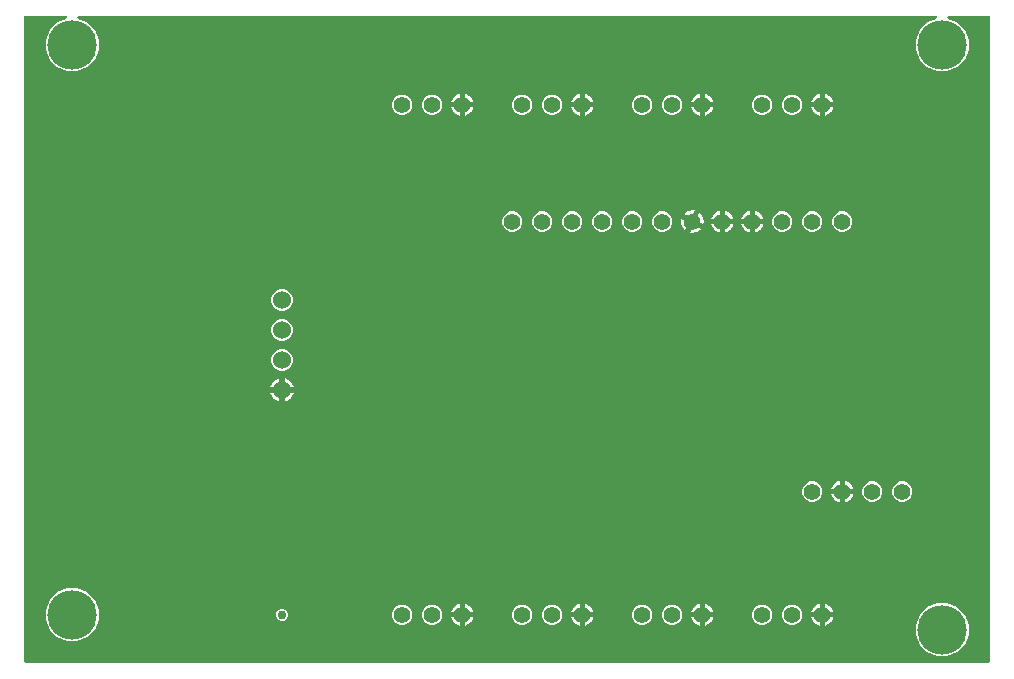
<source format=gbr>
G04 EAGLE Gerber RS-274X export*
G75*
%MOMM*%
%FSLAX34Y34*%
%LPD*%
%INCopper Layer 2*%
%IPPOS*%
%AMOC8*
5,1,8,0,0,1.08239X$1,22.5*%
G01*
%ADD10C,1.530000*%
%ADD11C,1.397000*%
%ADD12C,4.191000*%
%ADD13C,0.756400*%

G36*
X1106088Y289576D02*
X1106088Y289576D01*
X1106207Y289583D01*
X1106245Y289596D01*
X1106286Y289601D01*
X1106396Y289644D01*
X1106509Y289681D01*
X1106544Y289703D01*
X1106581Y289718D01*
X1106677Y289787D01*
X1106778Y289851D01*
X1106806Y289881D01*
X1106839Y289904D01*
X1106915Y289996D01*
X1106996Y290083D01*
X1107016Y290118D01*
X1107041Y290149D01*
X1107092Y290257D01*
X1107150Y290361D01*
X1107160Y290401D01*
X1107177Y290437D01*
X1107199Y290554D01*
X1107229Y290669D01*
X1107233Y290729D01*
X1107237Y290749D01*
X1107235Y290770D01*
X1107239Y290830D01*
X1107239Y836170D01*
X1107224Y836288D01*
X1107217Y836407D01*
X1107204Y836445D01*
X1107199Y836486D01*
X1107156Y836596D01*
X1107119Y836709D01*
X1107097Y836744D01*
X1107082Y836781D01*
X1107013Y836877D01*
X1106949Y836978D01*
X1106919Y837006D01*
X1106896Y837039D01*
X1106804Y837115D01*
X1106717Y837196D01*
X1106682Y837216D01*
X1106651Y837241D01*
X1106543Y837292D01*
X1106439Y837350D01*
X1106399Y837360D01*
X1106363Y837377D01*
X1106246Y837399D01*
X1106131Y837429D01*
X1106071Y837433D01*
X1106051Y837437D01*
X1106030Y837435D01*
X1105970Y837439D01*
X1072439Y837439D01*
X1072370Y837431D01*
X1072300Y837432D01*
X1072212Y837411D01*
X1072123Y837399D01*
X1072059Y837374D01*
X1071991Y837357D01*
X1071911Y837315D01*
X1071828Y837282D01*
X1071771Y837241D01*
X1071709Y837209D01*
X1071643Y837148D01*
X1071570Y837096D01*
X1071526Y837042D01*
X1071474Y836995D01*
X1071425Y836920D01*
X1071367Y836851D01*
X1071338Y836787D01*
X1071299Y836729D01*
X1071270Y836644D01*
X1071232Y836563D01*
X1071219Y836494D01*
X1071196Y836428D01*
X1071189Y836339D01*
X1071172Y836251D01*
X1071176Y836181D01*
X1071171Y836111D01*
X1071186Y836023D01*
X1071192Y835933D01*
X1071213Y835867D01*
X1071225Y835798D01*
X1071262Y835716D01*
X1071290Y835631D01*
X1071327Y835572D01*
X1071356Y835508D01*
X1071412Y835438D01*
X1071460Y835362D01*
X1071511Y835314D01*
X1071554Y835260D01*
X1071626Y835205D01*
X1071692Y835144D01*
X1071753Y835110D01*
X1071809Y835068D01*
X1071953Y834997D01*
X1079534Y831857D01*
X1085857Y825534D01*
X1089280Y817272D01*
X1089280Y808328D01*
X1085857Y800066D01*
X1079534Y793743D01*
X1071272Y790320D01*
X1062328Y790320D01*
X1054066Y793743D01*
X1047743Y800066D01*
X1044320Y808328D01*
X1044320Y817272D01*
X1047743Y825534D01*
X1054066Y831857D01*
X1061647Y834997D01*
X1061708Y835032D01*
X1061772Y835058D01*
X1061845Y835110D01*
X1061923Y835155D01*
X1061973Y835203D01*
X1062030Y835244D01*
X1062087Y835314D01*
X1062152Y835376D01*
X1062188Y835436D01*
X1062233Y835489D01*
X1062271Y835571D01*
X1062318Y835647D01*
X1062338Y835714D01*
X1062368Y835777D01*
X1062385Y835865D01*
X1062411Y835951D01*
X1062415Y836021D01*
X1062428Y836090D01*
X1062422Y836179D01*
X1062427Y836269D01*
X1062412Y836337D01*
X1062408Y836407D01*
X1062380Y836492D01*
X1062362Y836580D01*
X1062332Y836643D01*
X1062310Y836709D01*
X1062262Y836785D01*
X1062223Y836866D01*
X1062177Y836919D01*
X1062140Y836978D01*
X1062075Y837040D01*
X1062016Y837108D01*
X1061959Y837148D01*
X1061908Y837196D01*
X1061830Y837239D01*
X1061756Y837291D01*
X1061691Y837316D01*
X1061630Y837350D01*
X1061543Y837372D01*
X1061459Y837404D01*
X1061389Y837412D01*
X1061322Y837429D01*
X1061161Y837439D01*
X335839Y837439D01*
X335770Y837431D01*
X335700Y837432D01*
X335612Y837411D01*
X335523Y837399D01*
X335459Y837374D01*
X335391Y837357D01*
X335311Y837315D01*
X335228Y837282D01*
X335171Y837241D01*
X335109Y837209D01*
X335043Y837148D01*
X334970Y837096D01*
X334926Y837042D01*
X334874Y836995D01*
X334825Y836920D01*
X334767Y836851D01*
X334738Y836787D01*
X334699Y836729D01*
X334670Y836644D01*
X334632Y836563D01*
X334619Y836494D01*
X334596Y836428D01*
X334589Y836339D01*
X334572Y836251D01*
X334576Y836181D01*
X334571Y836111D01*
X334586Y836023D01*
X334592Y835933D01*
X334613Y835867D01*
X334625Y835798D01*
X334662Y835716D01*
X334690Y835631D01*
X334727Y835572D01*
X334756Y835508D01*
X334812Y835438D01*
X334860Y835362D01*
X334911Y835314D01*
X334954Y835260D01*
X335026Y835205D01*
X335092Y835144D01*
X335153Y835110D01*
X335209Y835068D01*
X335353Y834997D01*
X342934Y831857D01*
X349257Y825534D01*
X352680Y817272D01*
X352680Y808328D01*
X349257Y800066D01*
X342934Y793743D01*
X334672Y790320D01*
X325728Y790320D01*
X317466Y793743D01*
X311143Y800066D01*
X307720Y808328D01*
X307720Y817272D01*
X311143Y825534D01*
X317466Y831857D01*
X325047Y834997D01*
X325108Y835032D01*
X325172Y835058D01*
X325245Y835110D01*
X325323Y835155D01*
X325373Y835203D01*
X325430Y835244D01*
X325487Y835314D01*
X325552Y835376D01*
X325588Y835436D01*
X325633Y835489D01*
X325671Y835571D01*
X325718Y835647D01*
X325738Y835714D01*
X325768Y835777D01*
X325785Y835865D01*
X325811Y835951D01*
X325815Y836021D01*
X325828Y836090D01*
X325822Y836179D01*
X325827Y836269D01*
X325812Y836337D01*
X325808Y836407D01*
X325780Y836492D01*
X325762Y836580D01*
X325732Y836643D01*
X325710Y836709D01*
X325662Y836785D01*
X325623Y836866D01*
X325577Y836919D01*
X325540Y836978D01*
X325475Y837040D01*
X325416Y837108D01*
X325359Y837148D01*
X325308Y837196D01*
X325230Y837239D01*
X325156Y837291D01*
X325091Y837316D01*
X325030Y837350D01*
X324943Y837372D01*
X324859Y837404D01*
X324789Y837412D01*
X324722Y837429D01*
X324561Y837439D01*
X290830Y837439D01*
X290712Y837424D01*
X290593Y837417D01*
X290555Y837404D01*
X290514Y837399D01*
X290404Y837356D01*
X290291Y837319D01*
X290256Y837297D01*
X290219Y837282D01*
X290123Y837213D01*
X290022Y837149D01*
X289994Y837119D01*
X289961Y837096D01*
X289885Y837004D01*
X289804Y836917D01*
X289784Y836882D01*
X289759Y836851D01*
X289708Y836743D01*
X289650Y836639D01*
X289640Y836599D01*
X289623Y836563D01*
X289601Y836446D01*
X289571Y836331D01*
X289567Y836271D01*
X289563Y836251D01*
X289565Y836230D01*
X289561Y836170D01*
X289561Y290830D01*
X289576Y290712D01*
X289583Y290593D01*
X289596Y290555D01*
X289601Y290514D01*
X289644Y290404D01*
X289681Y290291D01*
X289703Y290256D01*
X289718Y290219D01*
X289787Y290123D01*
X289851Y290022D01*
X289881Y289994D01*
X289904Y289961D01*
X289996Y289885D01*
X290083Y289804D01*
X290118Y289784D01*
X290149Y289759D01*
X290257Y289708D01*
X290361Y289650D01*
X290401Y289640D01*
X290437Y289623D01*
X290554Y289601D01*
X290669Y289571D01*
X290729Y289567D01*
X290749Y289563D01*
X290770Y289565D01*
X290830Y289561D01*
X1105970Y289561D01*
X1106088Y289576D01*
G37*
%LPC*%
G36*
X1062328Y295020D02*
X1062328Y295020D01*
X1054066Y298443D01*
X1047743Y304766D01*
X1044320Y313028D01*
X1044320Y321972D01*
X1047743Y330234D01*
X1054066Y336557D01*
X1062328Y339980D01*
X1071272Y339980D01*
X1079534Y336557D01*
X1085857Y330234D01*
X1089280Y321972D01*
X1089280Y313028D01*
X1085857Y304766D01*
X1079534Y298443D01*
X1071272Y295020D01*
X1062328Y295020D01*
G37*
%LPD*%
%LPC*%
G36*
X325728Y307720D02*
X325728Y307720D01*
X317466Y311143D01*
X311143Y317466D01*
X307720Y325728D01*
X307720Y334672D01*
X311143Y342934D01*
X317466Y349257D01*
X325728Y352680D01*
X334672Y352680D01*
X342934Y349257D01*
X349257Y342934D01*
X352680Y334672D01*
X352680Y325728D01*
X349257Y317466D01*
X342934Y311143D01*
X334672Y307720D01*
X325728Y307720D01*
G37*
%LPD*%
%LPC*%
G36*
X506175Y536925D02*
X506175Y536925D01*
X502803Y538322D01*
X500222Y540903D01*
X498825Y544275D01*
X498825Y547925D01*
X500222Y551297D01*
X502803Y553878D01*
X506175Y555275D01*
X509825Y555275D01*
X513197Y553878D01*
X515778Y551297D01*
X517175Y547925D01*
X517175Y544275D01*
X515778Y540903D01*
X513197Y538322D01*
X509825Y536925D01*
X506175Y536925D01*
G37*
%LPD*%
%LPC*%
G36*
X506175Y562325D02*
X506175Y562325D01*
X502803Y563722D01*
X500222Y566303D01*
X498825Y569675D01*
X498825Y573325D01*
X500222Y576697D01*
X502803Y579278D01*
X506175Y580675D01*
X509825Y580675D01*
X513197Y579278D01*
X515778Y576697D01*
X517175Y573325D01*
X517175Y569675D01*
X515778Y566303D01*
X513197Y563722D01*
X509825Y562325D01*
X506175Y562325D01*
G37*
%LPD*%
%LPC*%
G36*
X506175Y587725D02*
X506175Y587725D01*
X502803Y589122D01*
X500222Y591703D01*
X498825Y595075D01*
X498825Y598725D01*
X500222Y602097D01*
X502803Y604678D01*
X506175Y606075D01*
X509825Y606075D01*
X513197Y604678D01*
X515778Y602097D01*
X517175Y598725D01*
X517175Y595075D01*
X515778Y591703D01*
X513197Y589122D01*
X509825Y587725D01*
X506175Y587725D01*
G37*
%LPD*%
%LPC*%
G36*
X701207Y654690D02*
X701207Y654690D01*
X698080Y655986D01*
X695686Y658380D01*
X694390Y661507D01*
X694390Y664893D01*
X695686Y668020D01*
X698080Y670414D01*
X701207Y671710D01*
X704593Y671710D01*
X707720Y670414D01*
X710114Y668020D01*
X711410Y664893D01*
X711410Y661507D01*
X710114Y658380D01*
X707720Y655986D01*
X704593Y654690D01*
X701207Y654690D01*
G37*
%LPD*%
%LPC*%
G36*
X734907Y321690D02*
X734907Y321690D01*
X731780Y322986D01*
X729386Y325380D01*
X728090Y328507D01*
X728090Y331893D01*
X729386Y335020D01*
X731780Y337414D01*
X734907Y338710D01*
X738293Y338710D01*
X741420Y337414D01*
X743814Y335020D01*
X745110Y331893D01*
X745110Y328507D01*
X743814Y325380D01*
X741420Y322986D01*
X738293Y321690D01*
X734907Y321690D01*
G37*
%LPD*%
%LPC*%
G36*
X633307Y321690D02*
X633307Y321690D01*
X630180Y322986D01*
X627786Y325380D01*
X626490Y328507D01*
X626490Y331893D01*
X627786Y335020D01*
X630180Y337414D01*
X633307Y338710D01*
X636693Y338710D01*
X639820Y337414D01*
X642214Y335020D01*
X643510Y331893D01*
X643510Y328507D01*
X642214Y325380D01*
X639820Y322986D01*
X636693Y321690D01*
X633307Y321690D01*
G37*
%LPD*%
%LPC*%
G36*
X633307Y753490D02*
X633307Y753490D01*
X630180Y754786D01*
X627786Y757180D01*
X626490Y760307D01*
X626490Y763693D01*
X627786Y766820D01*
X630180Y769214D01*
X633307Y770510D01*
X636693Y770510D01*
X639820Y769214D01*
X642214Y766820D01*
X643510Y763693D01*
X643510Y760307D01*
X642214Y757180D01*
X639820Y754786D01*
X636693Y753490D01*
X633307Y753490D01*
G37*
%LPD*%
%LPC*%
G36*
X607907Y753490D02*
X607907Y753490D01*
X604780Y754786D01*
X602386Y757180D01*
X601090Y760307D01*
X601090Y763693D01*
X602386Y766820D01*
X604780Y769214D01*
X607907Y770510D01*
X611293Y770510D01*
X614420Y769214D01*
X616814Y766820D01*
X618110Y763693D01*
X618110Y760307D01*
X616814Y757180D01*
X614420Y754786D01*
X611293Y753490D01*
X607907Y753490D01*
G37*
%LPD*%
%LPC*%
G36*
X938107Y753490D02*
X938107Y753490D01*
X934980Y754786D01*
X932586Y757180D01*
X931290Y760307D01*
X931290Y763693D01*
X932586Y766820D01*
X934980Y769214D01*
X938107Y770510D01*
X941493Y770510D01*
X944620Y769214D01*
X947014Y766820D01*
X948310Y763693D01*
X948310Y760307D01*
X947014Y757180D01*
X944620Y754786D01*
X941493Y753490D01*
X938107Y753490D01*
G37*
%LPD*%
%LPC*%
G36*
X912707Y753490D02*
X912707Y753490D01*
X909580Y754786D01*
X907186Y757180D01*
X905890Y760307D01*
X905890Y763693D01*
X907186Y766820D01*
X909580Y769214D01*
X912707Y770510D01*
X916093Y770510D01*
X919220Y769214D01*
X921614Y766820D01*
X922910Y763693D01*
X922910Y760307D01*
X921614Y757180D01*
X919220Y754786D01*
X916093Y753490D01*
X912707Y753490D01*
G37*
%LPD*%
%LPC*%
G36*
X836507Y753490D02*
X836507Y753490D01*
X833380Y754786D01*
X830986Y757180D01*
X829690Y760307D01*
X829690Y763693D01*
X830986Y766820D01*
X833380Y769214D01*
X836507Y770510D01*
X839893Y770510D01*
X843020Y769214D01*
X845414Y766820D01*
X846710Y763693D01*
X846710Y760307D01*
X845414Y757180D01*
X843020Y754786D01*
X839893Y753490D01*
X836507Y753490D01*
G37*
%LPD*%
%LPC*%
G36*
X811107Y753490D02*
X811107Y753490D01*
X807980Y754786D01*
X805586Y757180D01*
X804290Y760307D01*
X804290Y763693D01*
X805586Y766820D01*
X807980Y769214D01*
X811107Y770510D01*
X814493Y770510D01*
X817620Y769214D01*
X820014Y766820D01*
X821310Y763693D01*
X821310Y760307D01*
X820014Y757180D01*
X817620Y754786D01*
X814493Y753490D01*
X811107Y753490D01*
G37*
%LPD*%
%LPC*%
G36*
X734907Y753490D02*
X734907Y753490D01*
X731780Y754786D01*
X729386Y757180D01*
X728090Y760307D01*
X728090Y763693D01*
X729386Y766820D01*
X731780Y769214D01*
X734907Y770510D01*
X738293Y770510D01*
X741420Y769214D01*
X743814Y766820D01*
X745110Y763693D01*
X745110Y760307D01*
X743814Y757180D01*
X741420Y754786D01*
X738293Y753490D01*
X734907Y753490D01*
G37*
%LPD*%
%LPC*%
G36*
X709507Y753490D02*
X709507Y753490D01*
X706380Y754786D01*
X703986Y757180D01*
X702690Y760307D01*
X702690Y763693D01*
X703986Y766820D01*
X706380Y769214D01*
X709507Y770510D01*
X712893Y770510D01*
X716020Y769214D01*
X718414Y766820D01*
X719710Y763693D01*
X719710Y760307D01*
X718414Y757180D01*
X716020Y754786D01*
X712893Y753490D01*
X709507Y753490D01*
G37*
%LPD*%
%LPC*%
G36*
X811107Y321690D02*
X811107Y321690D01*
X807980Y322986D01*
X805586Y325380D01*
X804290Y328507D01*
X804290Y331893D01*
X805586Y335020D01*
X807980Y337414D01*
X811107Y338710D01*
X814493Y338710D01*
X817620Y337414D01*
X820014Y335020D01*
X821310Y331893D01*
X821310Y328507D01*
X820014Y325380D01*
X817620Y322986D01*
X814493Y321690D01*
X811107Y321690D01*
G37*
%LPD*%
%LPC*%
G36*
X836507Y321690D02*
X836507Y321690D01*
X833380Y322986D01*
X830986Y325380D01*
X829690Y328507D01*
X829690Y331893D01*
X830986Y335020D01*
X833380Y337414D01*
X836507Y338710D01*
X839893Y338710D01*
X843020Y337414D01*
X845414Y335020D01*
X846710Y331893D01*
X846710Y328507D01*
X845414Y325380D01*
X843020Y322986D01*
X839893Y321690D01*
X836507Y321690D01*
G37*
%LPD*%
%LPC*%
G36*
X912707Y321690D02*
X912707Y321690D01*
X909580Y322986D01*
X907186Y325380D01*
X905890Y328507D01*
X905890Y331893D01*
X907186Y335020D01*
X909580Y337414D01*
X912707Y338710D01*
X916093Y338710D01*
X919220Y337414D01*
X921614Y335020D01*
X922910Y331893D01*
X922910Y328507D01*
X921614Y325380D01*
X919220Y322986D01*
X916093Y321690D01*
X912707Y321690D01*
G37*
%LPD*%
%LPC*%
G36*
X938107Y321690D02*
X938107Y321690D01*
X934980Y322986D01*
X932586Y325380D01*
X931290Y328507D01*
X931290Y331893D01*
X932586Y335020D01*
X934980Y337414D01*
X938107Y338710D01*
X941493Y338710D01*
X944620Y337414D01*
X947014Y335020D01*
X948310Y331893D01*
X948310Y328507D01*
X947014Y325380D01*
X944620Y322986D01*
X941493Y321690D01*
X938107Y321690D01*
G37*
%LPD*%
%LPC*%
G36*
X607907Y321690D02*
X607907Y321690D01*
X604780Y322986D01*
X602386Y325380D01*
X601090Y328507D01*
X601090Y331893D01*
X602386Y335020D01*
X604780Y337414D01*
X607907Y338710D01*
X611293Y338710D01*
X614420Y337414D01*
X616814Y335020D01*
X618110Y331893D01*
X618110Y328507D01*
X616814Y325380D01*
X614420Y322986D01*
X611293Y321690D01*
X607907Y321690D01*
G37*
%LPD*%
%LPC*%
G36*
X1031407Y426090D02*
X1031407Y426090D01*
X1028280Y427386D01*
X1025886Y429780D01*
X1024590Y432907D01*
X1024590Y436293D01*
X1025886Y439420D01*
X1028280Y441814D01*
X1031407Y443110D01*
X1034793Y443110D01*
X1037920Y441814D01*
X1040314Y439420D01*
X1041610Y436293D01*
X1041610Y432907D01*
X1040314Y429780D01*
X1037920Y427386D01*
X1034793Y426090D01*
X1031407Y426090D01*
G37*
%LPD*%
%LPC*%
G36*
X1006007Y426090D02*
X1006007Y426090D01*
X1002880Y427386D01*
X1000486Y429780D01*
X999190Y432907D01*
X999190Y436293D01*
X1000486Y439420D01*
X1002880Y441814D01*
X1006007Y443110D01*
X1009393Y443110D01*
X1012520Y441814D01*
X1014914Y439420D01*
X1016210Y436293D01*
X1016210Y432907D01*
X1014914Y429780D01*
X1012520Y427386D01*
X1009393Y426090D01*
X1006007Y426090D01*
G37*
%LPD*%
%LPC*%
G36*
X955207Y426090D02*
X955207Y426090D01*
X952080Y427386D01*
X949686Y429780D01*
X948390Y432907D01*
X948390Y436293D01*
X949686Y439420D01*
X952080Y441814D01*
X955207Y443110D01*
X958593Y443110D01*
X961720Y441814D01*
X964114Y439420D01*
X965410Y436293D01*
X965410Y432907D01*
X964114Y429780D01*
X961720Y427386D01*
X958593Y426090D01*
X955207Y426090D01*
G37*
%LPD*%
%LPC*%
G36*
X726607Y654690D02*
X726607Y654690D01*
X723480Y655986D01*
X721086Y658380D01*
X719790Y661507D01*
X719790Y664893D01*
X721086Y668020D01*
X723480Y670414D01*
X726607Y671710D01*
X729993Y671710D01*
X733120Y670414D01*
X735514Y668020D01*
X736810Y664893D01*
X736810Y661507D01*
X735514Y658380D01*
X733120Y655986D01*
X729993Y654690D01*
X726607Y654690D01*
G37*
%LPD*%
%LPC*%
G36*
X752007Y654690D02*
X752007Y654690D01*
X748880Y655986D01*
X746486Y658380D01*
X745190Y661507D01*
X745190Y664893D01*
X746486Y668020D01*
X748880Y670414D01*
X752007Y671710D01*
X755393Y671710D01*
X758520Y670414D01*
X760914Y668020D01*
X762210Y664893D01*
X762210Y661507D01*
X760914Y658380D01*
X758520Y655986D01*
X755393Y654690D01*
X752007Y654690D01*
G37*
%LPD*%
%LPC*%
G36*
X777407Y654690D02*
X777407Y654690D01*
X774280Y655986D01*
X771886Y658380D01*
X770590Y661507D01*
X770590Y664893D01*
X771886Y668020D01*
X774280Y670414D01*
X777407Y671710D01*
X780793Y671710D01*
X783920Y670414D01*
X786314Y668020D01*
X787610Y664893D01*
X787610Y661507D01*
X786314Y658380D01*
X783920Y655986D01*
X780793Y654690D01*
X777407Y654690D01*
G37*
%LPD*%
%LPC*%
G36*
X709507Y321690D02*
X709507Y321690D01*
X706380Y322986D01*
X703986Y325380D01*
X702690Y328507D01*
X702690Y331893D01*
X703986Y335020D01*
X706380Y337414D01*
X709507Y338710D01*
X712893Y338710D01*
X716020Y337414D01*
X718414Y335020D01*
X719710Y331893D01*
X719710Y328507D01*
X718414Y325380D01*
X716020Y322986D01*
X712893Y321690D01*
X709507Y321690D01*
G37*
%LPD*%
%LPC*%
G36*
X802807Y654690D02*
X802807Y654690D01*
X799680Y655986D01*
X797286Y658380D01*
X795990Y661507D01*
X795990Y664893D01*
X797286Y668020D01*
X799680Y670414D01*
X802807Y671710D01*
X806193Y671710D01*
X809320Y670414D01*
X811714Y668020D01*
X813010Y664893D01*
X813010Y661507D01*
X811714Y658380D01*
X809320Y655986D01*
X806193Y654690D01*
X802807Y654690D01*
G37*
%LPD*%
%LPC*%
G36*
X980607Y654690D02*
X980607Y654690D01*
X977480Y655986D01*
X975086Y658380D01*
X973790Y661507D01*
X973790Y664893D01*
X975086Y668020D01*
X977480Y670414D01*
X980607Y671710D01*
X983993Y671710D01*
X987120Y670414D01*
X989514Y668020D01*
X990810Y664893D01*
X990810Y661507D01*
X989514Y658380D01*
X987120Y655986D01*
X983993Y654690D01*
X980607Y654690D01*
G37*
%LPD*%
%LPC*%
G36*
X955207Y654690D02*
X955207Y654690D01*
X952080Y655986D01*
X949686Y658380D01*
X948390Y661507D01*
X948390Y664893D01*
X949686Y668020D01*
X952080Y670414D01*
X955207Y671710D01*
X958593Y671710D01*
X961720Y670414D01*
X964114Y668020D01*
X965410Y664893D01*
X965410Y661507D01*
X964114Y658380D01*
X961720Y655986D01*
X958593Y654690D01*
X955207Y654690D01*
G37*
%LPD*%
%LPC*%
G36*
X929807Y654690D02*
X929807Y654690D01*
X926680Y655986D01*
X924286Y658380D01*
X922990Y661507D01*
X922990Y664893D01*
X924286Y668020D01*
X926680Y670414D01*
X929807Y671710D01*
X933193Y671710D01*
X936320Y670414D01*
X938714Y668020D01*
X940010Y664893D01*
X940010Y661507D01*
X938714Y658380D01*
X936320Y655986D01*
X933193Y654690D01*
X929807Y654690D01*
G37*
%LPD*%
%LPC*%
G36*
X828207Y654690D02*
X828207Y654690D01*
X825080Y655986D01*
X822686Y658380D01*
X821390Y661507D01*
X821390Y664893D01*
X822686Y668020D01*
X825080Y670414D01*
X828207Y671710D01*
X831593Y671710D01*
X834720Y670414D01*
X837114Y668020D01*
X838410Y664893D01*
X838410Y661507D01*
X837114Y658380D01*
X834720Y655986D01*
X831593Y654690D01*
X828207Y654690D01*
G37*
%LPD*%
%LPC*%
G36*
X506944Y324893D02*
X506944Y324893D01*
X504994Y325701D01*
X503501Y327194D01*
X502693Y329144D01*
X502693Y331256D01*
X503501Y333206D01*
X504994Y334699D01*
X506944Y335507D01*
X509056Y335507D01*
X511006Y334699D01*
X512499Y333206D01*
X513307Y331256D01*
X513307Y329144D01*
X512499Y327194D01*
X511006Y325701D01*
X509056Y324893D01*
X506944Y324893D01*
G37*
%LPD*%
%LPC*%
G36*
X510539Y523239D02*
X510539Y523239D01*
X510539Y530590D01*
X511912Y530144D01*
X513341Y529416D01*
X514639Y528473D01*
X515773Y527339D01*
X516716Y526041D01*
X517444Y524612D01*
X517890Y523239D01*
X510539Y523239D01*
G37*
%LPD*%
%LPC*%
G36*
X498110Y523239D02*
X498110Y523239D01*
X498556Y524612D01*
X499284Y526041D01*
X500227Y527339D01*
X501361Y528473D01*
X502659Y529416D01*
X504088Y530144D01*
X505461Y530590D01*
X505461Y523239D01*
X498110Y523239D01*
G37*
%LPD*%
%LPC*%
G36*
X510539Y518161D02*
X510539Y518161D01*
X517890Y518161D01*
X517444Y516788D01*
X516716Y515359D01*
X515773Y514061D01*
X514639Y512927D01*
X513341Y511984D01*
X511912Y511256D01*
X510539Y510810D01*
X510539Y518161D01*
G37*
%LPD*%
%LPC*%
G36*
X504088Y511256D02*
X504088Y511256D01*
X502659Y511984D01*
X501361Y512927D01*
X500227Y514061D01*
X499284Y515359D01*
X498556Y516788D01*
X498110Y518161D01*
X505461Y518161D01*
X505461Y510810D01*
X504088Y511256D01*
G37*
%LPD*%
%LPC*%
G36*
X847913Y669239D02*
X847913Y669239D01*
X848034Y669406D01*
X849094Y670466D01*
X850307Y671347D01*
X851643Y672028D01*
X853069Y672491D01*
X854550Y672726D01*
X856050Y672726D01*
X857338Y672522D01*
X854267Y666167D01*
X847913Y669239D01*
G37*
%LPD*%
%LPC*%
G36*
X858267Y664233D02*
X858267Y664233D01*
X861339Y670587D01*
X861506Y670466D01*
X862566Y669406D01*
X863447Y668193D01*
X864128Y666857D01*
X864591Y665431D01*
X864826Y663950D01*
X864826Y662450D01*
X864622Y661161D01*
X858267Y664233D01*
G37*
%LPD*%
%LPC*%
G36*
X854550Y653674D02*
X854550Y653674D01*
X853261Y653878D01*
X856333Y660233D01*
X862687Y657161D01*
X862566Y656994D01*
X861506Y655934D01*
X860293Y655053D01*
X858957Y654372D01*
X857531Y653909D01*
X856050Y653674D01*
X854550Y653674D01*
G37*
%LPD*%
%LPC*%
G36*
X865822Y332422D02*
X865822Y332422D01*
X865822Y339493D01*
X865831Y339491D01*
X867257Y339028D01*
X868593Y338347D01*
X869806Y337466D01*
X870866Y336406D01*
X871747Y335193D01*
X872428Y333857D01*
X872891Y332431D01*
X872893Y332422D01*
X865822Y332422D01*
G37*
%LPD*%
%LPC*%
G36*
X764222Y332422D02*
X764222Y332422D01*
X764222Y339493D01*
X764231Y339491D01*
X765657Y339028D01*
X766993Y338347D01*
X768206Y337466D01*
X769266Y336406D01*
X770147Y335193D01*
X770828Y333857D01*
X771291Y332431D01*
X771293Y332422D01*
X764222Y332422D01*
G37*
%LPD*%
%LPC*%
G36*
X882922Y665422D02*
X882922Y665422D01*
X882922Y672493D01*
X882931Y672491D01*
X884357Y672028D01*
X885693Y671347D01*
X886906Y670466D01*
X887966Y669406D01*
X888847Y668193D01*
X889528Y666857D01*
X889991Y665431D01*
X889993Y665422D01*
X882922Y665422D01*
G37*
%LPD*%
%LPC*%
G36*
X967422Y332422D02*
X967422Y332422D01*
X967422Y339493D01*
X967431Y339491D01*
X968857Y339028D01*
X970193Y338347D01*
X971406Y337466D01*
X972466Y336406D01*
X973347Y335193D01*
X974028Y333857D01*
X974491Y332431D01*
X974493Y332422D01*
X967422Y332422D01*
G37*
%LPD*%
%LPC*%
G36*
X984522Y436822D02*
X984522Y436822D01*
X984522Y443893D01*
X984531Y443891D01*
X985957Y443428D01*
X987293Y442747D01*
X988506Y441866D01*
X989566Y440806D01*
X990447Y439593D01*
X991128Y438257D01*
X991591Y436831D01*
X991593Y436822D01*
X984522Y436822D01*
G37*
%LPD*%
%LPC*%
G36*
X865822Y764222D02*
X865822Y764222D01*
X865822Y771293D01*
X865831Y771291D01*
X867257Y770828D01*
X868593Y770147D01*
X869806Y769266D01*
X870866Y768206D01*
X871747Y766993D01*
X872428Y765657D01*
X872891Y764231D01*
X872893Y764222D01*
X865822Y764222D01*
G37*
%LPD*%
%LPC*%
G36*
X764222Y764222D02*
X764222Y764222D01*
X764222Y771293D01*
X764231Y771291D01*
X765657Y770828D01*
X766993Y770147D01*
X768206Y769266D01*
X769266Y768206D01*
X770147Y766993D01*
X770828Y765657D01*
X771291Y764231D01*
X771293Y764222D01*
X764222Y764222D01*
G37*
%LPD*%
%LPC*%
G36*
X662622Y332422D02*
X662622Y332422D01*
X662622Y339493D01*
X662631Y339491D01*
X664057Y339028D01*
X665393Y338347D01*
X666606Y337466D01*
X667666Y336406D01*
X668547Y335193D01*
X669228Y333857D01*
X669691Y332431D01*
X669693Y332422D01*
X662622Y332422D01*
G37*
%LPD*%
%LPC*%
G36*
X908322Y665422D02*
X908322Y665422D01*
X908322Y672493D01*
X908331Y672491D01*
X909757Y672028D01*
X911093Y671347D01*
X912306Y670466D01*
X913366Y669406D01*
X914247Y668193D01*
X914928Y666857D01*
X915391Y665431D01*
X915393Y665422D01*
X908322Y665422D01*
G37*
%LPD*%
%LPC*%
G36*
X967422Y764222D02*
X967422Y764222D01*
X967422Y771293D01*
X967431Y771291D01*
X968857Y770828D01*
X970193Y770147D01*
X971406Y769266D01*
X972466Y768206D01*
X973347Y766993D01*
X974028Y765657D01*
X974491Y764231D01*
X974493Y764222D01*
X967422Y764222D01*
G37*
%LPD*%
%LPC*%
G36*
X662622Y764222D02*
X662622Y764222D01*
X662622Y771293D01*
X662631Y771291D01*
X664057Y770828D01*
X665393Y770147D01*
X666606Y769266D01*
X667666Y768206D01*
X668547Y766993D01*
X669228Y765657D01*
X669691Y764231D01*
X669693Y764222D01*
X662622Y764222D01*
G37*
%LPD*%
%LPC*%
G36*
X849094Y655934D02*
X849094Y655934D01*
X848034Y656994D01*
X847153Y658207D01*
X846472Y659543D01*
X846009Y660969D01*
X845774Y662450D01*
X845774Y663950D01*
X845978Y665238D01*
X852333Y662167D01*
X849261Y655813D01*
X849094Y655934D01*
G37*
%LPD*%
%LPC*%
G36*
X973007Y436822D02*
X973007Y436822D01*
X973009Y436831D01*
X973472Y438257D01*
X974153Y439593D01*
X975034Y440806D01*
X976094Y441866D01*
X977307Y442747D01*
X978643Y443428D01*
X980069Y443891D01*
X980078Y443893D01*
X980078Y436822D01*
X973007Y436822D01*
G37*
%LPD*%
%LPC*%
G36*
X955907Y764222D02*
X955907Y764222D01*
X955909Y764231D01*
X956372Y765657D01*
X957053Y766993D01*
X957934Y768206D01*
X958994Y769266D01*
X960207Y770147D01*
X961543Y770828D01*
X962969Y771291D01*
X962978Y771293D01*
X962978Y764222D01*
X955907Y764222D01*
G37*
%LPD*%
%LPC*%
G36*
X882922Y660978D02*
X882922Y660978D01*
X889993Y660978D01*
X889991Y660969D01*
X889528Y659543D01*
X888847Y658207D01*
X887966Y656994D01*
X886906Y655934D01*
X885693Y655053D01*
X884357Y654372D01*
X882931Y653909D01*
X882922Y653907D01*
X882922Y660978D01*
G37*
%LPD*%
%LPC*%
G36*
X651107Y764222D02*
X651107Y764222D01*
X651109Y764231D01*
X651572Y765657D01*
X652253Y766993D01*
X653134Y768206D01*
X654194Y769266D01*
X655407Y770147D01*
X656743Y770828D01*
X658169Y771291D01*
X658178Y771293D01*
X658178Y764222D01*
X651107Y764222D01*
G37*
%LPD*%
%LPC*%
G36*
X854307Y764222D02*
X854307Y764222D01*
X854309Y764231D01*
X854772Y765657D01*
X855453Y766993D01*
X856334Y768206D01*
X857394Y769266D01*
X858607Y770147D01*
X859943Y770828D01*
X861369Y771291D01*
X861378Y771293D01*
X861378Y764222D01*
X854307Y764222D01*
G37*
%LPD*%
%LPC*%
G36*
X984522Y432378D02*
X984522Y432378D01*
X991593Y432378D01*
X991591Y432369D01*
X991128Y430943D01*
X990447Y429607D01*
X989566Y428394D01*
X988506Y427334D01*
X987293Y426453D01*
X985957Y425772D01*
X984531Y425309D01*
X984522Y425307D01*
X984522Y432378D01*
G37*
%LPD*%
%LPC*%
G36*
X871407Y665422D02*
X871407Y665422D01*
X871409Y665431D01*
X871872Y666857D01*
X872553Y668193D01*
X873434Y669406D01*
X874494Y670466D01*
X875707Y671347D01*
X877043Y672028D01*
X878469Y672491D01*
X878478Y672493D01*
X878478Y665422D01*
X871407Y665422D01*
G37*
%LPD*%
%LPC*%
G36*
X752707Y764222D02*
X752707Y764222D01*
X752709Y764231D01*
X753172Y765657D01*
X753853Y766993D01*
X754734Y768206D01*
X755794Y769266D01*
X757007Y770147D01*
X758343Y770828D01*
X759769Y771291D01*
X759778Y771293D01*
X759778Y764222D01*
X752707Y764222D01*
G37*
%LPD*%
%LPC*%
G36*
X896807Y665422D02*
X896807Y665422D01*
X896809Y665431D01*
X897272Y666857D01*
X897953Y668193D01*
X898834Y669406D01*
X899894Y670466D01*
X901107Y671347D01*
X902443Y672028D01*
X903869Y672491D01*
X903878Y672493D01*
X903878Y665422D01*
X896807Y665422D01*
G37*
%LPD*%
%LPC*%
G36*
X662622Y327978D02*
X662622Y327978D01*
X669693Y327978D01*
X669691Y327969D01*
X669228Y326543D01*
X668547Y325207D01*
X667666Y323994D01*
X666606Y322934D01*
X665393Y322053D01*
X664057Y321372D01*
X662631Y320909D01*
X662622Y320907D01*
X662622Y327978D01*
G37*
%LPD*%
%LPC*%
G36*
X651107Y332422D02*
X651107Y332422D01*
X651109Y332431D01*
X651572Y333857D01*
X652253Y335193D01*
X653134Y336406D01*
X654194Y337466D01*
X655407Y338347D01*
X656743Y339028D01*
X658169Y339491D01*
X658178Y339493D01*
X658178Y332422D01*
X651107Y332422D01*
G37*
%LPD*%
%LPC*%
G36*
X854307Y332422D02*
X854307Y332422D01*
X854309Y332431D01*
X854772Y333857D01*
X855453Y335193D01*
X856334Y336406D01*
X857394Y337466D01*
X858607Y338347D01*
X859943Y339028D01*
X861369Y339491D01*
X861378Y339493D01*
X861378Y332422D01*
X854307Y332422D01*
G37*
%LPD*%
%LPC*%
G36*
X662622Y759778D02*
X662622Y759778D01*
X669693Y759778D01*
X669691Y759769D01*
X669228Y758343D01*
X668547Y757007D01*
X667666Y755794D01*
X666606Y754734D01*
X665393Y753853D01*
X664057Y753172D01*
X662631Y752709D01*
X662622Y752707D01*
X662622Y759778D01*
G37*
%LPD*%
%LPC*%
G36*
X752707Y332422D02*
X752707Y332422D01*
X752709Y332431D01*
X753172Y333857D01*
X753853Y335193D01*
X754734Y336406D01*
X755794Y337466D01*
X757007Y338347D01*
X758343Y339028D01*
X759769Y339491D01*
X759778Y339493D01*
X759778Y332422D01*
X752707Y332422D01*
G37*
%LPD*%
%LPC*%
G36*
X955907Y332422D02*
X955907Y332422D01*
X955909Y332431D01*
X956372Y333857D01*
X957053Y335193D01*
X957934Y336406D01*
X958994Y337466D01*
X960207Y338347D01*
X961543Y339028D01*
X962969Y339491D01*
X962978Y339493D01*
X962978Y332422D01*
X955907Y332422D01*
G37*
%LPD*%
%LPC*%
G36*
X967422Y327978D02*
X967422Y327978D01*
X974493Y327978D01*
X974491Y327969D01*
X974028Y326543D01*
X973347Y325207D01*
X972466Y323994D01*
X971406Y322934D01*
X970193Y322053D01*
X968857Y321372D01*
X967431Y320909D01*
X967422Y320907D01*
X967422Y327978D01*
G37*
%LPD*%
%LPC*%
G36*
X764222Y759778D02*
X764222Y759778D01*
X771293Y759778D01*
X771291Y759769D01*
X770828Y758343D01*
X770147Y757007D01*
X769266Y755794D01*
X768206Y754734D01*
X766993Y753853D01*
X765657Y753172D01*
X764231Y752709D01*
X764222Y752707D01*
X764222Y759778D01*
G37*
%LPD*%
%LPC*%
G36*
X865822Y327978D02*
X865822Y327978D01*
X872893Y327978D01*
X872891Y327969D01*
X872428Y326543D01*
X871747Y325207D01*
X870866Y323994D01*
X869806Y322934D01*
X868593Y322053D01*
X867257Y321372D01*
X865831Y320909D01*
X865822Y320907D01*
X865822Y327978D01*
G37*
%LPD*%
%LPC*%
G36*
X865822Y759778D02*
X865822Y759778D01*
X872893Y759778D01*
X872891Y759769D01*
X872428Y758343D01*
X871747Y757007D01*
X870866Y755794D01*
X869806Y754734D01*
X868593Y753853D01*
X867257Y753172D01*
X865831Y752709D01*
X865822Y752707D01*
X865822Y759778D01*
G37*
%LPD*%
%LPC*%
G36*
X764222Y327978D02*
X764222Y327978D01*
X771293Y327978D01*
X771291Y327969D01*
X770828Y326543D01*
X770147Y325207D01*
X769266Y323994D01*
X768206Y322934D01*
X766993Y322053D01*
X765657Y321372D01*
X764231Y320909D01*
X764222Y320907D01*
X764222Y327978D01*
G37*
%LPD*%
%LPC*%
G36*
X967422Y759778D02*
X967422Y759778D01*
X974493Y759778D01*
X974491Y759769D01*
X974028Y758343D01*
X973347Y757007D01*
X972466Y755794D01*
X971406Y754734D01*
X970193Y753853D01*
X968857Y753172D01*
X967431Y752709D01*
X967422Y752707D01*
X967422Y759778D01*
G37*
%LPD*%
%LPC*%
G36*
X908322Y660978D02*
X908322Y660978D01*
X915393Y660978D01*
X915391Y660969D01*
X914928Y659543D01*
X914247Y658207D01*
X913366Y656994D01*
X912306Y655934D01*
X911093Y655053D01*
X909757Y654372D01*
X908331Y653909D01*
X908322Y653907D01*
X908322Y660978D01*
G37*
%LPD*%
%LPC*%
G36*
X980069Y425309D02*
X980069Y425309D01*
X978643Y425772D01*
X977307Y426453D01*
X976094Y427334D01*
X975034Y428394D01*
X974153Y429607D01*
X973472Y430943D01*
X973009Y432369D01*
X973007Y432378D01*
X980078Y432378D01*
X980078Y425307D01*
X980069Y425309D01*
G37*
%LPD*%
%LPC*%
G36*
X759769Y752709D02*
X759769Y752709D01*
X758343Y753172D01*
X757007Y753853D01*
X755794Y754734D01*
X754734Y755794D01*
X753853Y757007D01*
X753172Y758343D01*
X752709Y759769D01*
X752707Y759778D01*
X759778Y759778D01*
X759778Y752707D01*
X759769Y752709D01*
G37*
%LPD*%
%LPC*%
G36*
X878469Y653909D02*
X878469Y653909D01*
X877043Y654372D01*
X875707Y655053D01*
X874494Y655934D01*
X873434Y656994D01*
X872553Y658207D01*
X871872Y659543D01*
X871409Y660969D01*
X871407Y660978D01*
X878478Y660978D01*
X878478Y653907D01*
X878469Y653909D01*
G37*
%LPD*%
%LPC*%
G36*
X903869Y653909D02*
X903869Y653909D01*
X902443Y654372D01*
X901107Y655053D01*
X899894Y655934D01*
X898834Y656994D01*
X897953Y658207D01*
X897272Y659543D01*
X896809Y660969D01*
X896807Y660978D01*
X903878Y660978D01*
X903878Y653907D01*
X903869Y653909D01*
G37*
%LPD*%
%LPC*%
G36*
X658169Y752709D02*
X658169Y752709D01*
X656743Y753172D01*
X655407Y753853D01*
X654194Y754734D01*
X653134Y755794D01*
X652253Y757007D01*
X651572Y758343D01*
X651109Y759769D01*
X651107Y759778D01*
X658178Y759778D01*
X658178Y752707D01*
X658169Y752709D01*
G37*
%LPD*%
%LPC*%
G36*
X658169Y320909D02*
X658169Y320909D01*
X656743Y321372D01*
X655407Y322053D01*
X654194Y322934D01*
X653134Y323994D01*
X652253Y325207D01*
X651572Y326543D01*
X651109Y327969D01*
X651107Y327978D01*
X658178Y327978D01*
X658178Y320907D01*
X658169Y320909D01*
G37*
%LPD*%
%LPC*%
G36*
X759769Y320909D02*
X759769Y320909D01*
X758343Y321372D01*
X757007Y322053D01*
X755794Y322934D01*
X754734Y323994D01*
X753853Y325207D01*
X753172Y326543D01*
X752709Y327969D01*
X752707Y327978D01*
X759778Y327978D01*
X759778Y320907D01*
X759769Y320909D01*
G37*
%LPD*%
%LPC*%
G36*
X962969Y320909D02*
X962969Y320909D01*
X961543Y321372D01*
X960207Y322053D01*
X958994Y322934D01*
X957934Y323994D01*
X957053Y325207D01*
X956372Y326543D01*
X955909Y327969D01*
X955907Y327978D01*
X962978Y327978D01*
X962978Y320907D01*
X962969Y320909D01*
G37*
%LPD*%
%LPC*%
G36*
X861369Y752709D02*
X861369Y752709D01*
X859943Y753172D01*
X858607Y753853D01*
X857394Y754734D01*
X856334Y755794D01*
X855453Y757007D01*
X854772Y758343D01*
X854309Y759769D01*
X854307Y759778D01*
X861378Y759778D01*
X861378Y752707D01*
X861369Y752709D01*
G37*
%LPD*%
%LPC*%
G36*
X861369Y320909D02*
X861369Y320909D01*
X859943Y321372D01*
X858607Y322053D01*
X857394Y322934D01*
X856334Y323994D01*
X855453Y325207D01*
X854772Y326543D01*
X854309Y327969D01*
X854307Y327978D01*
X861378Y327978D01*
X861378Y320907D01*
X861369Y320909D01*
G37*
%LPD*%
%LPC*%
G36*
X962969Y752709D02*
X962969Y752709D01*
X961543Y753172D01*
X960207Y753853D01*
X958994Y754734D01*
X957934Y755794D01*
X957053Y757007D01*
X956372Y758343D01*
X955909Y759769D01*
X955907Y759778D01*
X962978Y759778D01*
X962978Y752707D01*
X962969Y752709D01*
G37*
%LPD*%
%LPC*%
G36*
X507999Y520699D02*
X507999Y520699D01*
X507999Y520701D01*
X508001Y520701D01*
X508001Y520699D01*
X507999Y520699D01*
G37*
%LPD*%
D10*
X508000Y571500D03*
X508000Y546100D03*
X508000Y520700D03*
X508000Y596900D03*
D11*
X914400Y762000D03*
X939800Y762000D03*
X965200Y762000D03*
X812800Y762000D03*
X838200Y762000D03*
X863600Y762000D03*
X711200Y762000D03*
X736600Y762000D03*
X762000Y762000D03*
X609600Y762000D03*
X635000Y762000D03*
X660400Y762000D03*
X982300Y663200D03*
X956900Y663200D03*
X931500Y663200D03*
X906100Y663200D03*
X702900Y663200D03*
X728300Y663200D03*
X1033100Y434600D03*
X1007700Y434600D03*
X779100Y663200D03*
X753700Y663200D03*
X829900Y663200D03*
X804500Y663200D03*
X982300Y434600D03*
X956900Y434600D03*
X880700Y663200D03*
X855300Y663200D03*
X711200Y330200D03*
X736600Y330200D03*
X762000Y330200D03*
X609600Y330200D03*
X635000Y330200D03*
X660400Y330200D03*
X914400Y330200D03*
X939800Y330200D03*
X965200Y330200D03*
X812800Y330200D03*
X838200Y330200D03*
X863600Y330200D03*
D12*
X330200Y330200D03*
X1066800Y317500D03*
X1066800Y812800D03*
X330200Y812800D03*
D13*
X558800Y330200D03*
X508000Y330200D03*
M02*

</source>
